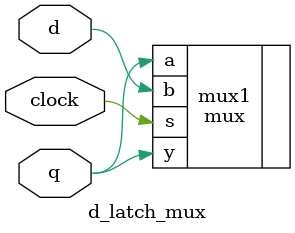
<source format=v>

module d_latch_mux(d,clock,q);
input d,clock;
inout q;

mux mux1(.a(q),.b(d),.s(clock),.y(q));

endmodule
</source>
